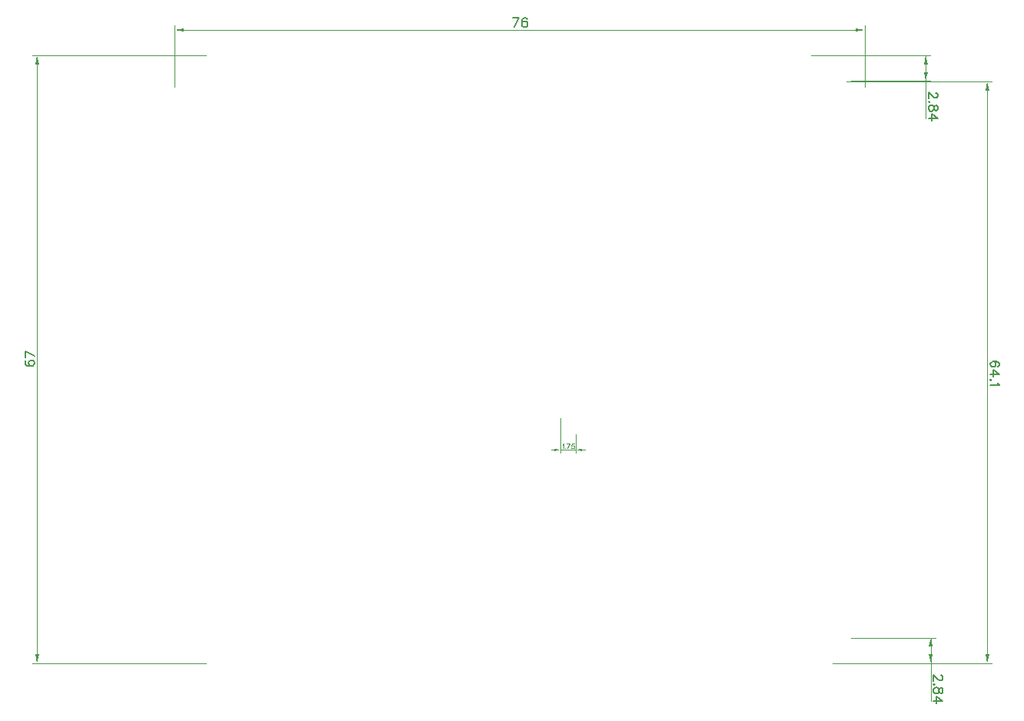
<source format=gbr>
G04 DipTrace 2.4.0.2*
%INTopDimension.gbr*%
%MOMM*%
%ADD12C,0.076*%
%ADD13C,0.035*%
%ADD52O,0.159X0.159*%
%FSLAX53Y53*%
G04*
G71*
G90*
G75*
G01*
%LNTopDimension*%
%LPD*%
X82500Y10000D2*
D13*
X100020D1*
X83975Y74095D2*
X100020D1*
X99520Y42048D2*
Y11000D1*
G36*
Y10000D2*
X99320Y11000D1*
X99720D1*
X99520Y10000D1*
G37*
Y42048D2*
D13*
Y73095D1*
G36*
Y74095D2*
X99720Y73095D1*
X99320D1*
X99520Y74095D1*
G37*
X13500Y77000D2*
D13*
X-5620D1*
X13500Y10000D2*
X-5620D1*
X-5120Y43500D2*
Y76000D1*
G36*
Y77000D2*
X-4920Y76000D1*
X-5320D1*
X-5120Y77000D1*
G37*
Y43500D2*
D13*
Y11000D1*
G36*
Y10000D2*
X-5320Y11000D1*
X-4920D1*
X-5120Y10000D1*
G37*
X10000Y73500D2*
D13*
Y80290D1*
X86000Y73500D2*
Y80290D1*
X48000Y79790D2*
X11000D1*
G36*
X10000D2*
X11000Y79990D1*
Y79590D1*
X10000Y79790D1*
G37*
X48000D2*
D13*
X85000D1*
G36*
X86000D2*
X85000Y79590D1*
Y79990D1*
X86000Y79790D1*
G37*
X54225Y35271D2*
D13*
Y33194D1*
X52471Y37020D2*
Y33194D1*
Y33527D2*
X54225D1*
X51471D2*
X51804D1*
G36*
X52471D2*
X51804Y33394D1*
Y33661D1*
X52471Y33527D1*
G37*
X55225D2*
D13*
X54891D1*
G36*
X54225D2*
X54891Y33661D1*
Y33394D1*
X54225Y33527D1*
G37*
X80100Y77000D2*
D13*
X93250D1*
X84500Y74160D2*
X93250D1*
X92750Y75580D2*
Y76000D1*
G36*
Y77000D2*
X92950Y76000D1*
X92550D1*
X92750Y77000D1*
G37*
Y75580D2*
D13*
Y75160D1*
G36*
Y74160D2*
X92550Y75160D1*
X92950D1*
X92750Y74160D1*
G37*
Y70032D2*
D13*
Y77000D1*
X84500Y12840D2*
X93790D1*
X82500Y10000D2*
X93790D1*
X93290Y11420D2*
Y11840D1*
G36*
Y12840D2*
X93490Y11840D1*
X93090D1*
X93290Y12840D1*
G37*
Y11420D2*
D13*
Y11000D1*
G36*
Y10000D2*
X93090Y11000D1*
X93490D1*
X93290Y10000D1*
G37*
Y5872D2*
D13*
Y12840D1*
X100705Y42708D2*
D52*
X100802Y42756D1*
X100850Y42902D1*
Y42999D1*
X100802Y43145D1*
X100656Y43242D1*
X100413Y43291D1*
X100170D1*
X99976Y43242D1*
X99878Y43145D1*
X99830Y42999D1*
Y42950D1*
X99878Y42805D1*
X99976Y42708D1*
X100122Y42659D1*
X100170D1*
X100316Y42708D1*
X100413Y42805D1*
X100461Y42950D1*
Y42999D1*
X100413Y43145D1*
X100316Y43242D1*
X100170Y43291D1*
X99830Y41859D2*
X100850D1*
X100170Y42346D1*
Y41617D1*
X99928Y41255D2*
X99878Y41303D1*
X99830Y41255D1*
X99878Y41205D1*
X99928Y41255D1*
X100656Y40892D2*
X100705Y40794D1*
X100850Y40648D1*
X99830D1*
X-6305Y43349D2*
X-6402Y43300D1*
X-6450Y43154D1*
Y43058D1*
X-6402Y42912D1*
X-6256Y42814D1*
X-6013Y42766D1*
X-5770D1*
X-5576Y42814D1*
X-5478Y42912D1*
X-5430Y43058D1*
Y43106D1*
X-5478Y43251D1*
X-5576Y43349D1*
X-5722Y43397D1*
X-5770D1*
X-5916Y43349D1*
X-6013Y43251D1*
X-6061Y43106D1*
Y43058D1*
X-6013Y42912D1*
X-5916Y42814D1*
X-5770Y42766D1*
X-5430Y43905D2*
X-6450Y44391D1*
Y43711D1*
X47460Y80100D2*
X47946Y81120D1*
X47266D1*
X48843Y80975D2*
X48795Y81072D1*
X48649Y81120D1*
X48552D1*
X48406Y81072D1*
X48308Y80926D1*
X48260Y80683D1*
Y80440D1*
X48308Y80246D1*
X48406Y80148D1*
X48552Y80100D1*
X48600D1*
X48745Y80148D1*
X48843Y80246D1*
X48891Y80392D1*
Y80440D1*
X48843Y80586D1*
X48745Y80683D1*
X48600Y80731D1*
X48552D1*
X48406Y80683D1*
X48308Y80586D1*
X48260Y80440D1*
X52726Y34095D2*
D12*
X52775Y34120D1*
X52848Y34192D1*
Y33682D1*
X53029Y33731D2*
X53005Y33706D1*
X53029Y33682D1*
X53054Y33706D1*
X53029Y33731D1*
X53308Y33682D2*
X53551Y34192D1*
X53210D1*
X53999D2*
X53756D1*
X53732Y33974D1*
X53756Y33998D1*
X53829Y34023D1*
X53902D1*
X53975Y33998D1*
X54024Y33950D1*
X54048Y33877D1*
Y33828D1*
X54024Y33755D1*
X53975Y33706D1*
X53902Y33682D1*
X53829D1*
X53756Y33706D1*
X53732Y33731D1*
X53708Y33779D1*
X93837Y72875D2*
D52*
X93886D1*
X93983Y72827D1*
X94032Y72779D1*
X94080Y72681D1*
Y72487D1*
X94032Y72390D1*
X93983Y72342D1*
X93886Y72292D1*
X93789D1*
X93691Y72342D1*
X93546Y72438D1*
X93060Y72925D1*
Y72244D1*
X93158Y71882D2*
X93108Y71930D1*
X93060Y71882D1*
X93108Y71833D1*
X93158Y71882D1*
X94080Y71276D2*
X94032Y71421D1*
X93935Y71471D1*
X93837D1*
X93741Y71421D1*
X93691Y71325D1*
X93643Y71130D1*
X93595Y70984D1*
X93497Y70888D1*
X93400Y70840D1*
X93254D1*
X93158Y70888D1*
X93108Y70936D1*
X93060Y71082D1*
Y71276D1*
X93108Y71421D1*
X93158Y71471D1*
X93254Y71519D1*
X93400D1*
X93497Y71471D1*
X93595Y71373D1*
X93643Y71228D1*
X93691Y71034D1*
X93741Y70936D1*
X93837Y70888D1*
X93935D1*
X94032Y70936D1*
X94080Y71082D1*
Y71276D1*
X93060Y70039D2*
X94080D1*
X93400Y70526D1*
Y69797D1*
X94377Y8715D2*
X94426D1*
X94523Y8667D1*
X94572Y8619D1*
X94620Y8521D1*
Y8327D1*
X94572Y8230D1*
X94523Y8182D1*
X94426Y8132D1*
X94329D1*
X94231Y8182D1*
X94086Y8278D1*
X93600Y8765D1*
Y8084D1*
X93698Y7722D2*
X93648Y7770D1*
X93600Y7722D1*
X93648Y7673D1*
X93698Y7722D1*
X94620Y7116D2*
X94572Y7261D1*
X94475Y7311D1*
X94377D1*
X94281Y7261D1*
X94231Y7165D1*
X94183Y6970D1*
X94135Y6824D1*
X94037Y6728D1*
X93940Y6680D1*
X93794D1*
X93698Y6728D1*
X93648Y6776D1*
X93600Y6922D1*
Y7116D1*
X93648Y7261D1*
X93698Y7311D1*
X93794Y7359D1*
X93940D1*
X94037Y7311D1*
X94135Y7213D1*
X94183Y7068D1*
X94231Y6874D1*
X94281Y6776D1*
X94377Y6728D1*
X94475D1*
X94572Y6776D1*
X94620Y6922D1*
Y7116D1*
X93600Y5879D2*
X94620D1*
X93940Y6366D1*
Y5637D1*
M02*

</source>
